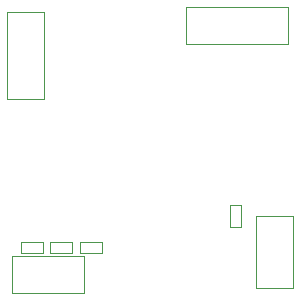
<source format=gbr>
%TF.GenerationSoftware,KiCad,Pcbnew,9.0.5-1.fc42*%
%TF.CreationDate,2025-12-03T04:58:23+01:00*%
%TF.ProjectId,Block-RotaryEncoder-Button,426c6f63-6b2d-4526-9f74-617279456e63,1*%
%TF.SameCoordinates,Original*%
%TF.FileFunction,Other,User*%
%FSLAX46Y46*%
G04 Gerber Fmt 4.6, Leading zero omitted, Abs format (unit mm)*
G04 Created by KiCad (PCBNEW 9.0.5-1.fc42) date 2025-12-03 04:58:23*
%MOMM*%
%LPD*%
G01*
G04 APERTURE LIST*
%ADD10C,0.050000*%
G04 APERTURE END LIST*
D10*
%TO.C,J4*%
X127385000Y-122655000D02*
X133475000Y-122655000D01*
X127385000Y-125755000D02*
X127385000Y-122655000D01*
X133475000Y-122655000D02*
X133475000Y-125755000D01*
X133475000Y-125755000D02*
X127385000Y-125755000D01*
%TO.C,R3*%
X133131200Y-121475400D02*
X133131200Y-122415400D01*
X133131200Y-122415400D02*
X134991200Y-122415400D01*
X134991200Y-121475400D02*
X133131200Y-121475400D01*
X134991200Y-122415400D02*
X134991200Y-121475400D01*
%TO.C,R5*%
X128102000Y-121475400D02*
X128102000Y-122415400D01*
X128102000Y-122415400D02*
X129962000Y-122415400D01*
X129962000Y-121475400D02*
X128102000Y-121475400D01*
X129962000Y-122415400D02*
X129962000Y-121475400D01*
%TO.C,R4*%
X130616600Y-121475400D02*
X130616600Y-122415400D01*
X130616600Y-122415400D02*
X132476600Y-122415400D01*
X132476600Y-121475400D02*
X130616600Y-121475400D01*
X132476600Y-122415400D02*
X132476600Y-121475400D01*
%TO.C,R2*%
X145834000Y-118373800D02*
X145834000Y-120233800D01*
X145834000Y-120233800D02*
X146774000Y-120233800D01*
X146774000Y-118373800D02*
X145834000Y-118373800D01*
X146774000Y-120233800D02*
X146774000Y-118373800D01*
%TO.C,J2*%
X148055000Y-119255000D02*
X151155000Y-119255000D01*
X148055000Y-125345000D02*
X148055000Y-119255000D01*
X151155000Y-119255000D02*
X151155000Y-125345000D01*
X151155000Y-125345000D02*
X148055000Y-125345000D01*
%TO.C,J1*%
X126975000Y-101985000D02*
X130075000Y-101985000D01*
X126975000Y-109345000D02*
X126975000Y-101985000D01*
X130075000Y-101985000D02*
X130075000Y-109345000D01*
X130075000Y-109345000D02*
X126975000Y-109345000D01*
%TO.C,J3*%
X142115000Y-101575000D02*
X150745000Y-101575000D01*
X142115000Y-104675000D02*
X142115000Y-101575000D01*
X150745000Y-101575000D02*
X150745000Y-104675000D01*
X150745000Y-104675000D02*
X142115000Y-104675000D01*
%TD*%
M02*

</source>
